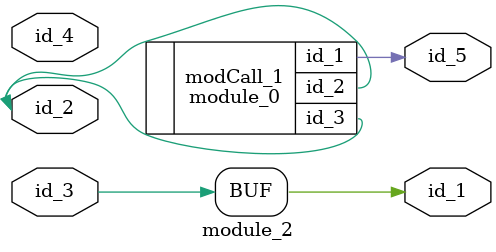
<source format=v>
module module_0 (
    id_1,
    id_2,
    id_3
);
  inout wire id_3;
  inout wire id_2;
  output wire id_1;
  assign id_1 = id_3;
  assign module_1.id_7 = 0;
endmodule
module module_1 #(
    parameter id_7 = 32'd49,
    parameter id_8 = 32'd90
) (
    id_1,
    id_2,
    id_3,
    id_4
);
  input wire id_4;
  input wire id_3;
  output wire id_2;
  inout wire id_1;
  wire id_5;
  module_0 modCall_1 (
      id_5,
      id_5,
      id_5
  );
  wire id_6;
  defparam id_7.id_8 = id_1;
endmodule
module module_2 (
    id_1,
    id_2,
    id_3,
    id_4,
    id_5
);
  output wire id_5;
  input wire id_4;
  input wire id_3;
  inout wire id_2;
  output wire id_1;
  always #(1) begin : LABEL_0
    id_1 <= id_3;
  end
  module_0 modCall_1 (
      id_5,
      id_2,
      id_2
  );
endmodule

</source>
